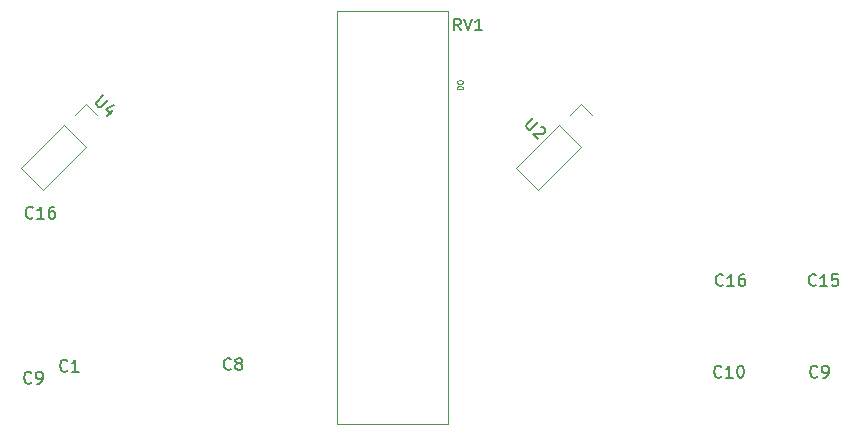
<source format=gbr>
%TF.GenerationSoftware,KiCad,Pcbnew,7.0.7*%
%TF.CreationDate,2023-10-01T14:42:12+02:00*%
%TF.ProjectId,Angle_Ana_Sw,416e676c-655f-4416-9e61-5f53772e6b69,1.0*%
%TF.SameCoordinates,Original*%
%TF.FileFunction,Legend,Top*%
%TF.FilePolarity,Positive*%
%FSLAX46Y46*%
G04 Gerber Fmt 4.6, Leading zero omitted, Abs format (unit mm)*
G04 Created by KiCad (PCBNEW 7.0.7) date 2023-10-01 14:42:12*
%MOMM*%
%LPD*%
G01*
G04 APERTURE LIST*
%ADD10C,0.150000*%
%ADD11C,0.075000*%
%ADD12C,0.120000*%
G04 APERTURE END LIST*
D10*
X216300207Y-128806580D02*
X216252588Y-128854200D01*
X216252588Y-128854200D02*
X216109731Y-128901819D01*
X216109731Y-128901819D02*
X216014493Y-128901819D01*
X216014493Y-128901819D02*
X215871636Y-128854200D01*
X215871636Y-128854200D02*
X215776398Y-128758961D01*
X215776398Y-128758961D02*
X215728779Y-128663723D01*
X215728779Y-128663723D02*
X215681160Y-128473247D01*
X215681160Y-128473247D02*
X215681160Y-128330390D01*
X215681160Y-128330390D02*
X215728779Y-128139914D01*
X215728779Y-128139914D02*
X215776398Y-128044676D01*
X215776398Y-128044676D02*
X215871636Y-127949438D01*
X215871636Y-127949438D02*
X216014493Y-127901819D01*
X216014493Y-127901819D02*
X216109731Y-127901819D01*
X216109731Y-127901819D02*
X216252588Y-127949438D01*
X216252588Y-127949438D02*
X216300207Y-127997057D01*
X216776398Y-128901819D02*
X216966874Y-128901819D01*
X216966874Y-128901819D02*
X217062112Y-128854200D01*
X217062112Y-128854200D02*
X217109731Y-128806580D01*
X217109731Y-128806580D02*
X217204969Y-128663723D01*
X217204969Y-128663723D02*
X217252588Y-128473247D01*
X217252588Y-128473247D02*
X217252588Y-128092295D01*
X217252588Y-128092295D02*
X217204969Y-127997057D01*
X217204969Y-127997057D02*
X217157350Y-127949438D01*
X217157350Y-127949438D02*
X217062112Y-127901819D01*
X217062112Y-127901819D02*
X216871636Y-127901819D01*
X216871636Y-127901819D02*
X216776398Y-127949438D01*
X216776398Y-127949438D02*
X216728779Y-127997057D01*
X216728779Y-127997057D02*
X216681160Y-128092295D01*
X216681160Y-128092295D02*
X216681160Y-128330390D01*
X216681160Y-128330390D02*
X216728779Y-128425628D01*
X216728779Y-128425628D02*
X216776398Y-128473247D01*
X216776398Y-128473247D02*
X216871636Y-128520866D01*
X216871636Y-128520866D02*
X217062112Y-128520866D01*
X217062112Y-128520866D02*
X217157350Y-128473247D01*
X217157350Y-128473247D02*
X217204969Y-128425628D01*
X217204969Y-128425628D02*
X217252588Y-128330390D01*
X149752207Y-129314580D02*
X149704588Y-129362200D01*
X149704588Y-129362200D02*
X149561731Y-129409819D01*
X149561731Y-129409819D02*
X149466493Y-129409819D01*
X149466493Y-129409819D02*
X149323636Y-129362200D01*
X149323636Y-129362200D02*
X149228398Y-129266961D01*
X149228398Y-129266961D02*
X149180779Y-129171723D01*
X149180779Y-129171723D02*
X149133160Y-128981247D01*
X149133160Y-128981247D02*
X149133160Y-128838390D01*
X149133160Y-128838390D02*
X149180779Y-128647914D01*
X149180779Y-128647914D02*
X149228398Y-128552676D01*
X149228398Y-128552676D02*
X149323636Y-128457438D01*
X149323636Y-128457438D02*
X149466493Y-128409819D01*
X149466493Y-128409819D02*
X149561731Y-128409819D01*
X149561731Y-128409819D02*
X149704588Y-128457438D01*
X149704588Y-128457438D02*
X149752207Y-128505057D01*
X150228398Y-129409819D02*
X150418874Y-129409819D01*
X150418874Y-129409819D02*
X150514112Y-129362200D01*
X150514112Y-129362200D02*
X150561731Y-129314580D01*
X150561731Y-129314580D02*
X150656969Y-129171723D01*
X150656969Y-129171723D02*
X150704588Y-128981247D01*
X150704588Y-128981247D02*
X150704588Y-128600295D01*
X150704588Y-128600295D02*
X150656969Y-128505057D01*
X150656969Y-128505057D02*
X150609350Y-128457438D01*
X150609350Y-128457438D02*
X150514112Y-128409819D01*
X150514112Y-128409819D02*
X150323636Y-128409819D01*
X150323636Y-128409819D02*
X150228398Y-128457438D01*
X150228398Y-128457438D02*
X150180779Y-128505057D01*
X150180779Y-128505057D02*
X150133160Y-128600295D01*
X150133160Y-128600295D02*
X150133160Y-128838390D01*
X150133160Y-128838390D02*
X150180779Y-128933628D01*
X150180779Y-128933628D02*
X150228398Y-128981247D01*
X150228398Y-128981247D02*
X150323636Y-129028866D01*
X150323636Y-129028866D02*
X150514112Y-129028866D01*
X150514112Y-129028866D02*
X150609350Y-128981247D01*
X150609350Y-128981247D02*
X150656969Y-128933628D01*
X150656969Y-128933628D02*
X150704588Y-128838390D01*
X216173207Y-121059580D02*
X216125588Y-121107200D01*
X216125588Y-121107200D02*
X215982731Y-121154819D01*
X215982731Y-121154819D02*
X215887493Y-121154819D01*
X215887493Y-121154819D02*
X215744636Y-121107200D01*
X215744636Y-121107200D02*
X215649398Y-121011961D01*
X215649398Y-121011961D02*
X215601779Y-120916723D01*
X215601779Y-120916723D02*
X215554160Y-120726247D01*
X215554160Y-120726247D02*
X215554160Y-120583390D01*
X215554160Y-120583390D02*
X215601779Y-120392914D01*
X215601779Y-120392914D02*
X215649398Y-120297676D01*
X215649398Y-120297676D02*
X215744636Y-120202438D01*
X215744636Y-120202438D02*
X215887493Y-120154819D01*
X215887493Y-120154819D02*
X215982731Y-120154819D01*
X215982731Y-120154819D02*
X216125588Y-120202438D01*
X216125588Y-120202438D02*
X216173207Y-120250057D01*
X217125588Y-121154819D02*
X216554160Y-121154819D01*
X216839874Y-121154819D02*
X216839874Y-120154819D01*
X216839874Y-120154819D02*
X216744636Y-120297676D01*
X216744636Y-120297676D02*
X216649398Y-120392914D01*
X216649398Y-120392914D02*
X216554160Y-120440533D01*
X218030350Y-120154819D02*
X217554160Y-120154819D01*
X217554160Y-120154819D02*
X217506541Y-120631009D01*
X217506541Y-120631009D02*
X217554160Y-120583390D01*
X217554160Y-120583390D02*
X217649398Y-120535771D01*
X217649398Y-120535771D02*
X217887493Y-120535771D01*
X217887493Y-120535771D02*
X217982731Y-120583390D01*
X217982731Y-120583390D02*
X218030350Y-120631009D01*
X218030350Y-120631009D02*
X218077969Y-120726247D01*
X218077969Y-120726247D02*
X218077969Y-120964342D01*
X218077969Y-120964342D02*
X218030350Y-121059580D01*
X218030350Y-121059580D02*
X217982731Y-121107200D01*
X217982731Y-121107200D02*
X217887493Y-121154819D01*
X217887493Y-121154819D02*
X217649398Y-121154819D01*
X217649398Y-121154819D02*
X217554160Y-121107200D01*
X217554160Y-121107200D02*
X217506541Y-121059580D01*
X152800207Y-128298580D02*
X152752588Y-128346200D01*
X152752588Y-128346200D02*
X152609731Y-128393819D01*
X152609731Y-128393819D02*
X152514493Y-128393819D01*
X152514493Y-128393819D02*
X152371636Y-128346200D01*
X152371636Y-128346200D02*
X152276398Y-128250961D01*
X152276398Y-128250961D02*
X152228779Y-128155723D01*
X152228779Y-128155723D02*
X152181160Y-127965247D01*
X152181160Y-127965247D02*
X152181160Y-127822390D01*
X152181160Y-127822390D02*
X152228779Y-127631914D01*
X152228779Y-127631914D02*
X152276398Y-127536676D01*
X152276398Y-127536676D02*
X152371636Y-127441438D01*
X152371636Y-127441438D02*
X152514493Y-127393819D01*
X152514493Y-127393819D02*
X152609731Y-127393819D01*
X152609731Y-127393819D02*
X152752588Y-127441438D01*
X152752588Y-127441438D02*
X152800207Y-127489057D01*
X153752588Y-128393819D02*
X153181160Y-128393819D01*
X153466874Y-128393819D02*
X153466874Y-127393819D01*
X153466874Y-127393819D02*
X153371636Y-127536676D01*
X153371636Y-127536676D02*
X153276398Y-127631914D01*
X153276398Y-127631914D02*
X153181160Y-127679533D01*
X208172207Y-128806580D02*
X208124588Y-128854200D01*
X208124588Y-128854200D02*
X207981731Y-128901819D01*
X207981731Y-128901819D02*
X207886493Y-128901819D01*
X207886493Y-128901819D02*
X207743636Y-128854200D01*
X207743636Y-128854200D02*
X207648398Y-128758961D01*
X207648398Y-128758961D02*
X207600779Y-128663723D01*
X207600779Y-128663723D02*
X207553160Y-128473247D01*
X207553160Y-128473247D02*
X207553160Y-128330390D01*
X207553160Y-128330390D02*
X207600779Y-128139914D01*
X207600779Y-128139914D02*
X207648398Y-128044676D01*
X207648398Y-128044676D02*
X207743636Y-127949438D01*
X207743636Y-127949438D02*
X207886493Y-127901819D01*
X207886493Y-127901819D02*
X207981731Y-127901819D01*
X207981731Y-127901819D02*
X208124588Y-127949438D01*
X208124588Y-127949438D02*
X208172207Y-127997057D01*
X209124588Y-128901819D02*
X208553160Y-128901819D01*
X208838874Y-128901819D02*
X208838874Y-127901819D01*
X208838874Y-127901819D02*
X208743636Y-128044676D01*
X208743636Y-128044676D02*
X208648398Y-128139914D01*
X208648398Y-128139914D02*
X208553160Y-128187533D01*
X209743636Y-127901819D02*
X209838874Y-127901819D01*
X209838874Y-127901819D02*
X209934112Y-127949438D01*
X209934112Y-127949438D02*
X209981731Y-127997057D01*
X209981731Y-127997057D02*
X210029350Y-128092295D01*
X210029350Y-128092295D02*
X210076969Y-128282771D01*
X210076969Y-128282771D02*
X210076969Y-128520866D01*
X210076969Y-128520866D02*
X210029350Y-128711342D01*
X210029350Y-128711342D02*
X209981731Y-128806580D01*
X209981731Y-128806580D02*
X209934112Y-128854200D01*
X209934112Y-128854200D02*
X209838874Y-128901819D01*
X209838874Y-128901819D02*
X209743636Y-128901819D01*
X209743636Y-128901819D02*
X209648398Y-128854200D01*
X209648398Y-128854200D02*
X209600779Y-128806580D01*
X209600779Y-128806580D02*
X209553160Y-128711342D01*
X209553160Y-128711342D02*
X209505541Y-128520866D01*
X209505541Y-128520866D02*
X209505541Y-128282771D01*
X209505541Y-128282771D02*
X209553160Y-128092295D01*
X209553160Y-128092295D02*
X209600779Y-127997057D01*
X209600779Y-127997057D02*
X209648398Y-127949438D01*
X209648398Y-127949438D02*
X209743636Y-127901819D01*
X166643207Y-128171580D02*
X166595588Y-128219200D01*
X166595588Y-128219200D02*
X166452731Y-128266819D01*
X166452731Y-128266819D02*
X166357493Y-128266819D01*
X166357493Y-128266819D02*
X166214636Y-128219200D01*
X166214636Y-128219200D02*
X166119398Y-128123961D01*
X166119398Y-128123961D02*
X166071779Y-128028723D01*
X166071779Y-128028723D02*
X166024160Y-127838247D01*
X166024160Y-127838247D02*
X166024160Y-127695390D01*
X166024160Y-127695390D02*
X166071779Y-127504914D01*
X166071779Y-127504914D02*
X166119398Y-127409676D01*
X166119398Y-127409676D02*
X166214636Y-127314438D01*
X166214636Y-127314438D02*
X166357493Y-127266819D01*
X166357493Y-127266819D02*
X166452731Y-127266819D01*
X166452731Y-127266819D02*
X166595588Y-127314438D01*
X166595588Y-127314438D02*
X166643207Y-127362057D01*
X167214636Y-127695390D02*
X167119398Y-127647771D01*
X167119398Y-127647771D02*
X167071779Y-127600152D01*
X167071779Y-127600152D02*
X167024160Y-127504914D01*
X167024160Y-127504914D02*
X167024160Y-127457295D01*
X167024160Y-127457295D02*
X167071779Y-127362057D01*
X167071779Y-127362057D02*
X167119398Y-127314438D01*
X167119398Y-127314438D02*
X167214636Y-127266819D01*
X167214636Y-127266819D02*
X167405112Y-127266819D01*
X167405112Y-127266819D02*
X167500350Y-127314438D01*
X167500350Y-127314438D02*
X167547969Y-127362057D01*
X167547969Y-127362057D02*
X167595588Y-127457295D01*
X167595588Y-127457295D02*
X167595588Y-127504914D01*
X167595588Y-127504914D02*
X167547969Y-127600152D01*
X167547969Y-127600152D02*
X167500350Y-127647771D01*
X167500350Y-127647771D02*
X167405112Y-127695390D01*
X167405112Y-127695390D02*
X167214636Y-127695390D01*
X167214636Y-127695390D02*
X167119398Y-127743009D01*
X167119398Y-127743009D02*
X167071779Y-127790628D01*
X167071779Y-127790628D02*
X167024160Y-127885866D01*
X167024160Y-127885866D02*
X167024160Y-128076342D01*
X167024160Y-128076342D02*
X167071779Y-128171580D01*
X167071779Y-128171580D02*
X167119398Y-128219200D01*
X167119398Y-128219200D02*
X167214636Y-128266819D01*
X167214636Y-128266819D02*
X167405112Y-128266819D01*
X167405112Y-128266819D02*
X167500350Y-128219200D01*
X167500350Y-128219200D02*
X167547969Y-128171580D01*
X167547969Y-128171580D02*
X167595588Y-128076342D01*
X167595588Y-128076342D02*
X167595588Y-127885866D01*
X167595588Y-127885866D02*
X167547969Y-127790628D01*
X167547969Y-127790628D02*
X167500350Y-127743009D01*
X167500350Y-127743009D02*
X167405112Y-127695390D01*
X208299207Y-121059580D02*
X208251588Y-121107200D01*
X208251588Y-121107200D02*
X208108731Y-121154819D01*
X208108731Y-121154819D02*
X208013493Y-121154819D01*
X208013493Y-121154819D02*
X207870636Y-121107200D01*
X207870636Y-121107200D02*
X207775398Y-121011961D01*
X207775398Y-121011961D02*
X207727779Y-120916723D01*
X207727779Y-120916723D02*
X207680160Y-120726247D01*
X207680160Y-120726247D02*
X207680160Y-120583390D01*
X207680160Y-120583390D02*
X207727779Y-120392914D01*
X207727779Y-120392914D02*
X207775398Y-120297676D01*
X207775398Y-120297676D02*
X207870636Y-120202438D01*
X207870636Y-120202438D02*
X208013493Y-120154819D01*
X208013493Y-120154819D02*
X208108731Y-120154819D01*
X208108731Y-120154819D02*
X208251588Y-120202438D01*
X208251588Y-120202438D02*
X208299207Y-120250057D01*
X209251588Y-121154819D02*
X208680160Y-121154819D01*
X208965874Y-121154819D02*
X208965874Y-120154819D01*
X208965874Y-120154819D02*
X208870636Y-120297676D01*
X208870636Y-120297676D02*
X208775398Y-120392914D01*
X208775398Y-120392914D02*
X208680160Y-120440533D01*
X210108731Y-120154819D02*
X209918255Y-120154819D01*
X209918255Y-120154819D02*
X209823017Y-120202438D01*
X209823017Y-120202438D02*
X209775398Y-120250057D01*
X209775398Y-120250057D02*
X209680160Y-120392914D01*
X209680160Y-120392914D02*
X209632541Y-120583390D01*
X209632541Y-120583390D02*
X209632541Y-120964342D01*
X209632541Y-120964342D02*
X209680160Y-121059580D01*
X209680160Y-121059580D02*
X209727779Y-121107200D01*
X209727779Y-121107200D02*
X209823017Y-121154819D01*
X209823017Y-121154819D02*
X210013493Y-121154819D01*
X210013493Y-121154819D02*
X210108731Y-121107200D01*
X210108731Y-121107200D02*
X210156350Y-121059580D01*
X210156350Y-121059580D02*
X210203969Y-120964342D01*
X210203969Y-120964342D02*
X210203969Y-120726247D01*
X210203969Y-120726247D02*
X210156350Y-120631009D01*
X210156350Y-120631009D02*
X210108731Y-120583390D01*
X210108731Y-120583390D02*
X210013493Y-120535771D01*
X210013493Y-120535771D02*
X209823017Y-120535771D01*
X209823017Y-120535771D02*
X209727779Y-120583390D01*
X209727779Y-120583390D02*
X209680160Y-120631009D01*
X209680160Y-120631009D02*
X209632541Y-120726247D01*
X149879207Y-115344580D02*
X149831588Y-115392200D01*
X149831588Y-115392200D02*
X149688731Y-115439819D01*
X149688731Y-115439819D02*
X149593493Y-115439819D01*
X149593493Y-115439819D02*
X149450636Y-115392200D01*
X149450636Y-115392200D02*
X149355398Y-115296961D01*
X149355398Y-115296961D02*
X149307779Y-115201723D01*
X149307779Y-115201723D02*
X149260160Y-115011247D01*
X149260160Y-115011247D02*
X149260160Y-114868390D01*
X149260160Y-114868390D02*
X149307779Y-114677914D01*
X149307779Y-114677914D02*
X149355398Y-114582676D01*
X149355398Y-114582676D02*
X149450636Y-114487438D01*
X149450636Y-114487438D02*
X149593493Y-114439819D01*
X149593493Y-114439819D02*
X149688731Y-114439819D01*
X149688731Y-114439819D02*
X149831588Y-114487438D01*
X149831588Y-114487438D02*
X149879207Y-114535057D01*
X150831588Y-115439819D02*
X150260160Y-115439819D01*
X150545874Y-115439819D02*
X150545874Y-114439819D01*
X150545874Y-114439819D02*
X150450636Y-114582676D01*
X150450636Y-114582676D02*
X150355398Y-114677914D01*
X150355398Y-114677914D02*
X150260160Y-114725533D01*
X151688731Y-114439819D02*
X151498255Y-114439819D01*
X151498255Y-114439819D02*
X151403017Y-114487438D01*
X151403017Y-114487438D02*
X151355398Y-114535057D01*
X151355398Y-114535057D02*
X151260160Y-114677914D01*
X151260160Y-114677914D02*
X151212541Y-114868390D01*
X151212541Y-114868390D02*
X151212541Y-115249342D01*
X151212541Y-115249342D02*
X151260160Y-115344580D01*
X151260160Y-115344580D02*
X151307779Y-115392200D01*
X151307779Y-115392200D02*
X151403017Y-115439819D01*
X151403017Y-115439819D02*
X151593493Y-115439819D01*
X151593493Y-115439819D02*
X151688731Y-115392200D01*
X151688731Y-115392200D02*
X151736350Y-115344580D01*
X151736350Y-115344580D02*
X151783969Y-115249342D01*
X151783969Y-115249342D02*
X151783969Y-115011247D01*
X151783969Y-115011247D02*
X151736350Y-114916009D01*
X151736350Y-114916009D02*
X151688731Y-114868390D01*
X151688731Y-114868390D02*
X151593493Y-114820771D01*
X151593493Y-114820771D02*
X151403017Y-114820771D01*
X151403017Y-114820771D02*
X151307779Y-114868390D01*
X151307779Y-114868390D02*
X151260160Y-114916009D01*
X151260160Y-114916009D02*
X151212541Y-115011247D01*
X192251753Y-106898750D02*
X191679333Y-107471170D01*
X191679333Y-107471170D02*
X191645661Y-107572185D01*
X191645661Y-107572185D02*
X191645661Y-107639529D01*
X191645661Y-107639529D02*
X191679333Y-107740544D01*
X191679333Y-107740544D02*
X191814020Y-107875231D01*
X191814020Y-107875231D02*
X191915035Y-107908903D01*
X191915035Y-107908903D02*
X191982379Y-107908903D01*
X191982379Y-107908903D02*
X192083394Y-107875231D01*
X192083394Y-107875231D02*
X192655814Y-107302811D01*
X192891516Y-107673201D02*
X192958859Y-107673201D01*
X192958859Y-107673201D02*
X193059875Y-107706872D01*
X193059875Y-107706872D02*
X193228233Y-107875231D01*
X193228233Y-107875231D02*
X193261905Y-107976246D01*
X193261905Y-107976246D02*
X193261905Y-108043590D01*
X193261905Y-108043590D02*
X193228233Y-108144605D01*
X193228233Y-108144605D02*
X193160890Y-108211949D01*
X193160890Y-108211949D02*
X193026203Y-108279292D01*
X193026203Y-108279292D02*
X192218081Y-108279292D01*
X192218081Y-108279292D02*
X192655814Y-108717025D01*
X155851868Y-105012145D02*
X155279448Y-105584565D01*
X155279448Y-105584565D02*
X155245776Y-105685580D01*
X155245776Y-105685580D02*
X155245776Y-105752924D01*
X155245776Y-105752924D02*
X155279448Y-105853939D01*
X155279448Y-105853939D02*
X155414135Y-105988626D01*
X155414135Y-105988626D02*
X155515150Y-106022298D01*
X155515150Y-106022298D02*
X155582494Y-106022298D01*
X155582494Y-106022298D02*
X155683509Y-105988626D01*
X155683509Y-105988626D02*
X156255929Y-105416206D01*
X156659990Y-106291672D02*
X156188585Y-106763076D01*
X156761005Y-105853939D02*
X156087570Y-106190657D01*
X156087570Y-106190657D02*
X156525303Y-106628389D01*
X186094761Y-99514819D02*
X185761428Y-99038628D01*
X185523333Y-99514819D02*
X185523333Y-98514819D01*
X185523333Y-98514819D02*
X185904285Y-98514819D01*
X185904285Y-98514819D02*
X185999523Y-98562438D01*
X185999523Y-98562438D02*
X186047142Y-98610057D01*
X186047142Y-98610057D02*
X186094761Y-98705295D01*
X186094761Y-98705295D02*
X186094761Y-98848152D01*
X186094761Y-98848152D02*
X186047142Y-98943390D01*
X186047142Y-98943390D02*
X185999523Y-98991009D01*
X185999523Y-98991009D02*
X185904285Y-99038628D01*
X185904285Y-99038628D02*
X185523333Y-99038628D01*
X186380476Y-98514819D02*
X186713809Y-99514819D01*
X186713809Y-99514819D02*
X187047142Y-98514819D01*
X187904285Y-99514819D02*
X187332857Y-99514819D01*
X187618571Y-99514819D02*
X187618571Y-98514819D01*
X187618571Y-98514819D02*
X187523333Y-98657676D01*
X187523333Y-98657676D02*
X187428095Y-98752914D01*
X187428095Y-98752914D02*
X187332857Y-98800533D01*
D11*
X186282409Y-104509047D02*
X185782409Y-104509047D01*
X185782409Y-104509047D02*
X185782409Y-104389999D01*
X185782409Y-104389999D02*
X185806219Y-104318571D01*
X185806219Y-104318571D02*
X185853838Y-104270952D01*
X185853838Y-104270952D02*
X185901457Y-104247142D01*
X185901457Y-104247142D02*
X185996695Y-104223333D01*
X185996695Y-104223333D02*
X186068123Y-104223333D01*
X186068123Y-104223333D02*
X186163361Y-104247142D01*
X186163361Y-104247142D02*
X186210980Y-104270952D01*
X186210980Y-104270952D02*
X186258600Y-104318571D01*
X186258600Y-104318571D02*
X186282409Y-104389999D01*
X186282409Y-104389999D02*
X186282409Y-104509047D01*
X185782409Y-103913809D02*
X185782409Y-103866190D01*
X185782409Y-103866190D02*
X185806219Y-103818571D01*
X185806219Y-103818571D02*
X185830028Y-103794761D01*
X185830028Y-103794761D02*
X185877647Y-103770952D01*
X185877647Y-103770952D02*
X185972885Y-103747142D01*
X185972885Y-103747142D02*
X186091933Y-103747142D01*
X186091933Y-103747142D02*
X186187171Y-103770952D01*
X186187171Y-103770952D02*
X186234790Y-103794761D01*
X186234790Y-103794761D02*
X186258600Y-103818571D01*
X186258600Y-103818571D02*
X186282409Y-103866190D01*
X186282409Y-103866190D02*
X186282409Y-103913809D01*
X186282409Y-103913809D02*
X186258600Y-103961428D01*
X186258600Y-103961428D02*
X186234790Y-103985237D01*
X186234790Y-103985237D02*
X186187171Y-104009047D01*
X186187171Y-104009047D02*
X186091933Y-104032856D01*
X186091933Y-104032856D02*
X185972885Y-104032856D01*
X185972885Y-104032856D02*
X185877647Y-104009047D01*
X185877647Y-104009047D02*
X185830028Y-103985237D01*
X185830028Y-103985237D02*
X185806219Y-103961428D01*
X185806219Y-103961428D02*
X185782409Y-103913809D01*
D12*
%TO.C,U2*%
X196266057Y-105703050D02*
X197206509Y-106643502D01*
X195325605Y-106643502D02*
X196266057Y-105703050D01*
X194427579Y-107541528D02*
X190793050Y-111176057D01*
X194427579Y-107541528D02*
X196308483Y-109422432D01*
X190793050Y-111176057D02*
X192673954Y-113056961D01*
X196308483Y-109422432D02*
X192673954Y-113056961D01*
%TO.C,U4*%
X154357557Y-105703050D02*
X155298009Y-106643502D01*
X153417105Y-106643502D02*
X154357557Y-105703050D01*
X152519079Y-107541528D02*
X148884550Y-111176057D01*
X152519079Y-107541528D02*
X154399983Y-109422432D01*
X148884550Y-111176057D02*
X150765454Y-113056961D01*
X154399983Y-109422432D02*
X150765454Y-113056961D01*
%TO.C,RV1*%
X175640000Y-132830000D02*
X175640000Y-97830000D01*
X185040000Y-132830000D02*
X175640000Y-132830000D01*
X175640000Y-97830000D02*
X185040000Y-97830000D01*
X185040000Y-97830000D02*
X185040000Y-132830000D01*
%TD*%
M02*

</source>
